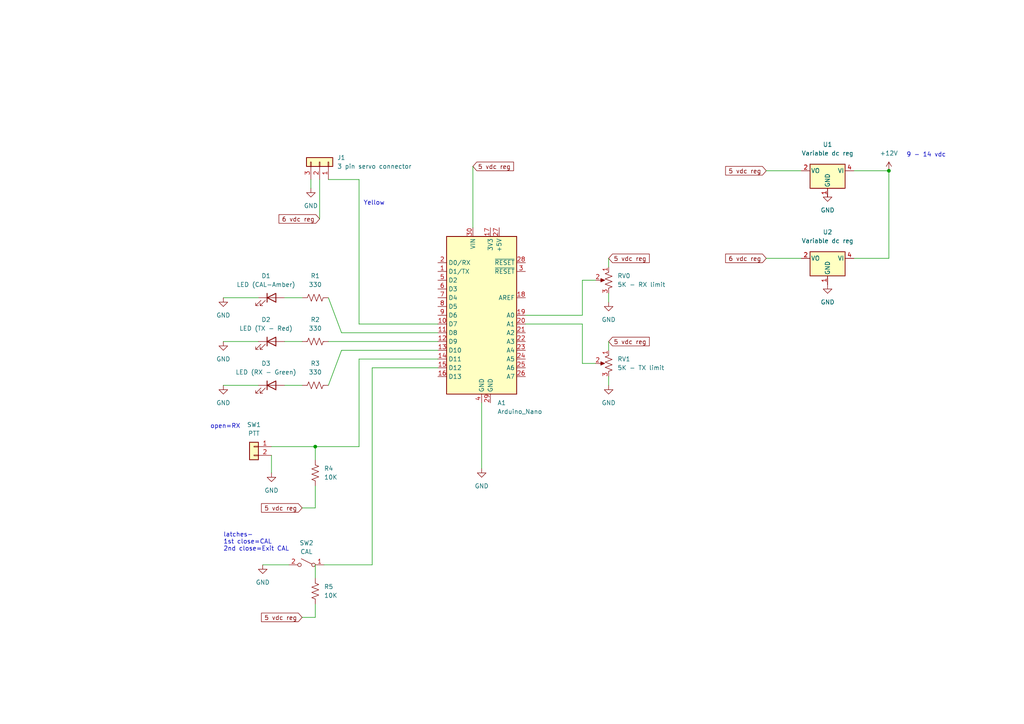
<source format=kicad_sch>
(kicad_sch (version 20211123) (generator eeschema)

  (uuid b02c19b0-81ba-4ece-87c8-9799079fe3d3)

  (paper "A4")

  (title_block
    (title "Waveguide switch-servo driver circuit")
    (date "2022-11-24")
    (rev "v1")
    (company "KM5PO - Jim McMasters")
  )

  (lib_symbols
    (symbol "Connector_Generic:Conn_01x02" (pin_names (offset 1.016) hide) (in_bom yes) (on_board yes)
      (property "Reference" "J" (id 0) (at 0 2.54 0)
        (effects (font (size 1.27 1.27)))
      )
      (property "Value" "Conn_01x02" (id 1) (at 0 -5.08 0)
        (effects (font (size 1.27 1.27)))
      )
      (property "Footprint" "" (id 2) (at 0 0 0)
        (effects (font (size 1.27 1.27)) hide)
      )
      (property "Datasheet" "~" (id 3) (at 0 0 0)
        (effects (font (size 1.27 1.27)) hide)
      )
      (property "ki_keywords" "connector" (id 4) (at 0 0 0)
        (effects (font (size 1.27 1.27)) hide)
      )
      (property "ki_description" "Generic connector, single row, 01x02, script generated (kicad-library-utils/schlib/autogen/connector/)" (id 5) (at 0 0 0)
        (effects (font (size 1.27 1.27)) hide)
      )
      (property "ki_fp_filters" "Connector*:*_1x??_*" (id 6) (at 0 0 0)
        (effects (font (size 1.27 1.27)) hide)
      )
      (symbol "Conn_01x02_1_1"
        (rectangle (start -1.27 -2.413) (end 0 -2.667)
          (stroke (width 0.1524) (type default) (color 0 0 0 0))
          (fill (type none))
        )
        (rectangle (start -1.27 0.127) (end 0 -0.127)
          (stroke (width 0.1524) (type default) (color 0 0 0 0))
          (fill (type none))
        )
        (rectangle (start -1.27 1.27) (end 1.27 -3.81)
          (stroke (width 0.254) (type default) (color 0 0 0 0))
          (fill (type background))
        )
        (pin passive line (at -5.08 0 0) (length 3.81)
          (name "Pin_1" (effects (font (size 1.27 1.27))))
          (number "1" (effects (font (size 1.27 1.27))))
        )
        (pin passive line (at -5.08 -2.54 0) (length 3.81)
          (name "Pin_2" (effects (font (size 1.27 1.27))))
          (number "2" (effects (font (size 1.27 1.27))))
        )
      )
    )
    (symbol "Connector_Generic:Conn_01x03" (pin_names (offset 1.016) hide) (in_bom yes) (on_board yes)
      (property "Reference" "J" (id 0) (at 0 5.08 0)
        (effects (font (size 1.27 1.27)))
      )
      (property "Value" "Conn_01x03" (id 1) (at 0 -5.08 0)
        (effects (font (size 1.27 1.27)))
      )
      (property "Footprint" "" (id 2) (at 0 0 0)
        (effects (font (size 1.27 1.27)) hide)
      )
      (property "Datasheet" "~" (id 3) (at 0 0 0)
        (effects (font (size 1.27 1.27)) hide)
      )
      (property "ki_keywords" "connector" (id 4) (at 0 0 0)
        (effects (font (size 1.27 1.27)) hide)
      )
      (property "ki_description" "Generic connector, single row, 01x03, script generated (kicad-library-utils/schlib/autogen/connector/)" (id 5) (at 0 0 0)
        (effects (font (size 1.27 1.27)) hide)
      )
      (property "ki_fp_filters" "Connector*:*_1x??_*" (id 6) (at 0 0 0)
        (effects (font (size 1.27 1.27)) hide)
      )
      (symbol "Conn_01x03_1_1"
        (rectangle (start -1.27 -2.413) (end 0 -2.667)
          (stroke (width 0.1524) (type default) (color 0 0 0 0))
          (fill (type none))
        )
        (rectangle (start -1.27 0.127) (end 0 -0.127)
          (stroke (width 0.1524) (type default) (color 0 0 0 0))
          (fill (type none))
        )
        (rectangle (start -1.27 2.667) (end 0 2.413)
          (stroke (width 0.1524) (type default) (color 0 0 0 0))
          (fill (type none))
        )
        (rectangle (start -1.27 3.81) (end 1.27 -3.81)
          (stroke (width 0.254) (type default) (color 0 0 0 0))
          (fill (type background))
        )
        (pin passive line (at -5.08 2.54 0) (length 3.81)
          (name "Pin_1" (effects (font (size 1.27 1.27))))
          (number "1" (effects (font (size 1.27 1.27))))
        )
        (pin passive line (at -5.08 0 0) (length 3.81)
          (name "Pin_2" (effects (font (size 1.27 1.27))))
          (number "2" (effects (font (size 1.27 1.27))))
        )
        (pin passive line (at -5.08 -2.54 0) (length 3.81)
          (name "Pin_3" (effects (font (size 1.27 1.27))))
          (number "3" (effects (font (size 1.27 1.27))))
        )
      )
    )
    (symbol "Device:LED" (pin_numbers hide) (pin_names (offset 1.016) hide) (in_bom yes) (on_board yes)
      (property "Reference" "D" (id 0) (at 0 2.54 0)
        (effects (font (size 1.27 1.27)))
      )
      (property "Value" "LED" (id 1) (at 0 -2.54 0)
        (effects (font (size 1.27 1.27)))
      )
      (property "Footprint" "" (id 2) (at 0 0 0)
        (effects (font (size 1.27 1.27)) hide)
      )
      (property "Datasheet" "~" (id 3) (at 0 0 0)
        (effects (font (size 1.27 1.27)) hide)
      )
      (property "ki_keywords" "LED diode" (id 4) (at 0 0 0)
        (effects (font (size 1.27 1.27)) hide)
      )
      (property "ki_description" "Light emitting diode" (id 5) (at 0 0 0)
        (effects (font (size 1.27 1.27)) hide)
      )
      (property "ki_fp_filters" "LED* LED_SMD:* LED_THT:*" (id 6) (at 0 0 0)
        (effects (font (size 1.27 1.27)) hide)
      )
      (symbol "LED_0_1"
        (polyline
          (pts
            (xy -1.27 -1.27)
            (xy -1.27 1.27)
          )
          (stroke (width 0.254) (type default) (color 0 0 0 0))
          (fill (type none))
        )
        (polyline
          (pts
            (xy -1.27 0)
            (xy 1.27 0)
          )
          (stroke (width 0) (type default) (color 0 0 0 0))
          (fill (type none))
        )
        (polyline
          (pts
            (xy 1.27 -1.27)
            (xy 1.27 1.27)
            (xy -1.27 0)
            (xy 1.27 -1.27)
          )
          (stroke (width 0.254) (type default) (color 0 0 0 0))
          (fill (type none))
        )
        (polyline
          (pts
            (xy -3.048 -0.762)
            (xy -4.572 -2.286)
            (xy -3.81 -2.286)
            (xy -4.572 -2.286)
            (xy -4.572 -1.524)
          )
          (stroke (width 0) (type default) (color 0 0 0 0))
          (fill (type none))
        )
        (polyline
          (pts
            (xy -1.778 -0.762)
            (xy -3.302 -2.286)
            (xy -2.54 -2.286)
            (xy -3.302 -2.286)
            (xy -3.302 -1.524)
          )
          (stroke (width 0) (type default) (color 0 0 0 0))
          (fill (type none))
        )
      )
      (symbol "LED_1_1"
        (pin passive line (at -3.81 0 0) (length 2.54)
          (name "K" (effects (font (size 1.27 1.27))))
          (number "1" (effects (font (size 1.27 1.27))))
        )
        (pin passive line (at 3.81 0 180) (length 2.54)
          (name "A" (effects (font (size 1.27 1.27))))
          (number "2" (effects (font (size 1.27 1.27))))
        )
      )
    )
    (symbol "Device:R_Potentiometer_US" (pin_names (offset 1.016) hide) (in_bom yes) (on_board yes)
      (property "Reference" "RV" (id 0) (at -4.445 0 90)
        (effects (font (size 1.27 1.27)))
      )
      (property "Value" "R_Potentiometer_US" (id 1) (at -2.54 0 90)
        (effects (font (size 1.27 1.27)))
      )
      (property "Footprint" "" (id 2) (at 0 0 0)
        (effects (font (size 1.27 1.27)) hide)
      )
      (property "Datasheet" "~" (id 3) (at 0 0 0)
        (effects (font (size 1.27 1.27)) hide)
      )
      (property "ki_keywords" "resistor variable" (id 4) (at 0 0 0)
        (effects (font (size 1.27 1.27)) hide)
      )
      (property "ki_description" "Potentiometer, US symbol" (id 5) (at 0 0 0)
        (effects (font (size 1.27 1.27)) hide)
      )
      (property "ki_fp_filters" "Potentiometer*" (id 6) (at 0 0 0)
        (effects (font (size 1.27 1.27)) hide)
      )
      (symbol "R_Potentiometer_US_0_1"
        (polyline
          (pts
            (xy 0 -2.286)
            (xy 0 -2.54)
          )
          (stroke (width 0) (type default) (color 0 0 0 0))
          (fill (type none))
        )
        (polyline
          (pts
            (xy 0 2.54)
            (xy 0 2.286)
          )
          (stroke (width 0) (type default) (color 0 0 0 0))
          (fill (type none))
        )
        (polyline
          (pts
            (xy 2.54 0)
            (xy 1.524 0)
          )
          (stroke (width 0) (type default) (color 0 0 0 0))
          (fill (type none))
        )
        (polyline
          (pts
            (xy 1.143 0)
            (xy 2.286 0.508)
            (xy 2.286 -0.508)
            (xy 1.143 0)
          )
          (stroke (width 0) (type default) (color 0 0 0 0))
          (fill (type outline))
        )
        (polyline
          (pts
            (xy 0 -0.762)
            (xy 1.016 -1.143)
            (xy 0 -1.524)
            (xy -1.016 -1.905)
            (xy 0 -2.286)
          )
          (stroke (width 0) (type default) (color 0 0 0 0))
          (fill (type none))
        )
        (polyline
          (pts
            (xy 0 0.762)
            (xy 1.016 0.381)
            (xy 0 0)
            (xy -1.016 -0.381)
            (xy 0 -0.762)
          )
          (stroke (width 0) (type default) (color 0 0 0 0))
          (fill (type none))
        )
        (polyline
          (pts
            (xy 0 2.286)
            (xy 1.016 1.905)
            (xy 0 1.524)
            (xy -1.016 1.143)
            (xy 0 0.762)
          )
          (stroke (width 0) (type default) (color 0 0 0 0))
          (fill (type none))
        )
      )
      (symbol "R_Potentiometer_US_1_1"
        (pin passive line (at 0 3.81 270) (length 1.27)
          (name "1" (effects (font (size 1.27 1.27))))
          (number "1" (effects (font (size 1.27 1.27))))
        )
        (pin passive line (at 3.81 0 180) (length 1.27)
          (name "2" (effects (font (size 1.27 1.27))))
          (number "2" (effects (font (size 1.27 1.27))))
        )
        (pin passive line (at 0 -3.81 90) (length 1.27)
          (name "3" (effects (font (size 1.27 1.27))))
          (number "3" (effects (font (size 1.27 1.27))))
        )
      )
    )
    (symbol "Device:R_US" (pin_numbers hide) (pin_names (offset 0)) (in_bom yes) (on_board yes)
      (property "Reference" "R" (id 0) (at 2.54 0 90)
        (effects (font (size 1.27 1.27)))
      )
      (property "Value" "R_US" (id 1) (at -2.54 0 90)
        (effects (font (size 1.27 1.27)))
      )
      (property "Footprint" "" (id 2) (at 1.016 -0.254 90)
        (effects (font (size 1.27 1.27)) hide)
      )
      (property "Datasheet" "~" (id 3) (at 0 0 0)
        (effects (font (size 1.27 1.27)) hide)
      )
      (property "ki_keywords" "R res resistor" (id 4) (at 0 0 0)
        (effects (font (size 1.27 1.27)) hide)
      )
      (property "ki_description" "Resistor, US symbol" (id 5) (at 0 0 0)
        (effects (font (size 1.27 1.27)) hide)
      )
      (property "ki_fp_filters" "R_*" (id 6) (at 0 0 0)
        (effects (font (size 1.27 1.27)) hide)
      )
      (symbol "R_US_0_1"
        (polyline
          (pts
            (xy 0 -2.286)
            (xy 0 -2.54)
          )
          (stroke (width 0) (type default) (color 0 0 0 0))
          (fill (type none))
        )
        (polyline
          (pts
            (xy 0 2.286)
            (xy 0 2.54)
          )
          (stroke (width 0) (type default) (color 0 0 0 0))
          (fill (type none))
        )
        (polyline
          (pts
            (xy 0 -0.762)
            (xy 1.016 -1.143)
            (xy 0 -1.524)
            (xy -1.016 -1.905)
            (xy 0 -2.286)
          )
          (stroke (width 0) (type default) (color 0 0 0 0))
          (fill (type none))
        )
        (polyline
          (pts
            (xy 0 0.762)
            (xy 1.016 0.381)
            (xy 0 0)
            (xy -1.016 -0.381)
            (xy 0 -0.762)
          )
          (stroke (width 0) (type default) (color 0 0 0 0))
          (fill (type none))
        )
        (polyline
          (pts
            (xy 0 2.286)
            (xy 1.016 1.905)
            (xy 0 1.524)
            (xy -1.016 1.143)
            (xy 0 0.762)
          )
          (stroke (width 0) (type default) (color 0 0 0 0))
          (fill (type none))
        )
      )
      (symbol "R_US_1_1"
        (pin passive line (at 0 3.81 270) (length 1.27)
          (name "~" (effects (font (size 1.27 1.27))))
          (number "1" (effects (font (size 1.27 1.27))))
        )
        (pin passive line (at 0 -3.81 90) (length 1.27)
          (name "~" (effects (font (size 1.27 1.27))))
          (number "2" (effects (font (size 1.27 1.27))))
        )
      )
    )
    (symbol "MCU_Module:Arduino_Nano_v3.x" (in_bom yes) (on_board yes)
      (property "Reference" "A" (id 0) (at -10.16 23.495 0)
        (effects (font (size 1.27 1.27)) (justify left bottom))
      )
      (property "Value" "Arduino_Nano_v3.x" (id 1) (at 5.08 -24.13 0)
        (effects (font (size 1.27 1.27)) (justify left top))
      )
      (property "Footprint" "Module:Arduino_Nano" (id 2) (at 0 0 0)
        (effects (font (size 1.27 1.27) italic) hide)
      )
      (property "Datasheet" "http://www.mouser.com/pdfdocs/Gravitech_Arduino_Nano3_0.pdf" (id 3) (at 0 0 0)
        (effects (font (size 1.27 1.27)) hide)
      )
      (property "ki_keywords" "Arduino nano microcontroller module USB" (id 4) (at 0 0 0)
        (effects (font (size 1.27 1.27)) hide)
      )
      (property "ki_description" "Arduino Nano v3.x" (id 5) (at 0 0 0)
        (effects (font (size 1.27 1.27)) hide)
      )
      (property "ki_fp_filters" "Arduino*Nano*" (id 6) (at 0 0 0)
        (effects (font (size 1.27 1.27)) hide)
      )
      (symbol "Arduino_Nano_v3.x_0_1"
        (rectangle (start -10.16 22.86) (end 10.16 -22.86)
          (stroke (width 0.254) (type default) (color 0 0 0 0))
          (fill (type background))
        )
      )
      (symbol "Arduino_Nano_v3.x_1_1"
        (pin bidirectional line (at -12.7 12.7 0) (length 2.54)
          (name "D1/TX" (effects (font (size 1.27 1.27))))
          (number "1" (effects (font (size 1.27 1.27))))
        )
        (pin bidirectional line (at -12.7 -2.54 0) (length 2.54)
          (name "D7" (effects (font (size 1.27 1.27))))
          (number "10" (effects (font (size 1.27 1.27))))
        )
        (pin bidirectional line (at -12.7 -5.08 0) (length 2.54)
          (name "D8" (effects (font (size 1.27 1.27))))
          (number "11" (effects (font (size 1.27 1.27))))
        )
        (pin bidirectional line (at -12.7 -7.62 0) (length 2.54)
          (name "D9" (effects (font (size 1.27 1.27))))
          (number "12" (effects (font (size 1.27 1.27))))
        )
        (pin bidirectional line (at -12.7 -10.16 0) (length 2.54)
          (name "D10" (effects (font (size 1.27 1.27))))
          (number "13" (effects (font (size 1.27 1.27))))
        )
        (pin bidirectional line (at -12.7 -12.7 0) (length 2.54)
          (name "D11" (effects (font (size 1.27 1.27))))
          (number "14" (effects (font (size 1.27 1.27))))
        )
        (pin bidirectional line (at -12.7 -15.24 0) (length 2.54)
          (name "D12" (effects (font (size 1.27 1.27))))
          (number "15" (effects (font (size 1.27 1.27))))
        )
        (pin bidirectional line (at -12.7 -17.78 0) (length 2.54)
          (name "D13" (effects (font (size 1.27 1.27))))
          (number "16" (effects (font (size 1.27 1.27))))
        )
        (pin power_out line (at 2.54 25.4 270) (length 2.54)
          (name "3V3" (effects (font (size 1.27 1.27))))
          (number "17" (effects (font (size 1.27 1.27))))
        )
        (pin input line (at 12.7 5.08 180) (length 2.54)
          (name "AREF" (effects (font (size 1.27 1.27))))
          (number "18" (effects (font (size 1.27 1.27))))
        )
        (pin bidirectional line (at 12.7 0 180) (length 2.54)
          (name "A0" (effects (font (size 1.27 1.27))))
          (number "19" (effects (font (size 1.27 1.27))))
        )
        (pin bidirectional line (at -12.7 15.24 0) (length 2.54)
          (name "D0/RX" (effects (font (size 1.27 1.27))))
          (number "2" (effects (font (size 1.27 1.27))))
        )
        (pin bidirectional line (at 12.7 -2.54 180) (length 2.54)
          (name "A1" (effects (font (size 1.27 1.27))))
          (number "20" (effects (font (size 1.27 1.27))))
        )
        (pin bidirectional line (at 12.7 -5.08 180) (length 2.54)
          (name "A2" (effects (font (size 1.27 1.27))))
          (number "21" (effects (font (size 1.27 1.27))))
        )
        (pin bidirectional line (at 12.7 -7.62 180) (length 2.54)
          (name "A3" (effects (font (size 1.27 1.27))))
          (number "22" (effects (font (size 1.27 1.27))))
        )
        (pin bidirectional line (at 12.7 -10.16 180) (length 2.54)
          (name "A4" (effects (font (size 1.27 1.27))))
          (number "23" (effects (font (size 1.27 1.27))))
        )
        (pin bidirectional line (at 12.7 -12.7 180) (length 2.54)
          (name "A5" (effects (font (size 1.27 1.27))))
          (number "24" (effects (font (size 1.27 1.27))))
        )
        (pin bidirectional line (at 12.7 -15.24 180) (length 2.54)
          (name "A6" (effects (font (size 1.27 1.27))))
          (number "25" (effects (font (size 1.27 1.27))))
        )
        (pin bidirectional line (at 12.7 -17.78 180) (length 2.54)
          (name "A7" (effects (font (size 1.27 1.27))))
          (number "26" (effects (font (size 1.27 1.27))))
        )
        (pin power_out line (at 5.08 25.4 270) (length 2.54)
          (name "+5V" (effects (font (size 1.27 1.27))))
          (number "27" (effects (font (size 1.27 1.27))))
        )
        (pin input line (at 12.7 15.24 180) (length 2.54)
          (name "~{RESET}" (effects (font (size 1.27 1.27))))
          (number "28" (effects (font (size 1.27 1.27))))
        )
        (pin power_in line (at 2.54 -25.4 90) (length 2.54)
          (name "GND" (effects (font (size 1.27 1.27))))
          (number "29" (effects (font (size 1.27 1.27))))
        )
        (pin input line (at 12.7 12.7 180) (length 2.54)
          (name "~{RESET}" (effects (font (size 1.27 1.27))))
          (number "3" (effects (font (size 1.27 1.27))))
        )
        (pin power_in line (at -2.54 25.4 270) (length 2.54)
          (name "VIN" (effects (font (size 1.27 1.27))))
          (number "30" (effects (font (size 1.27 1.27))))
        )
        (pin power_in line (at 0 -25.4 90) (length 2.54)
          (name "GND" (effects (font (size 1.27 1.27))))
          (number "4" (effects (font (size 1.27 1.27))))
        )
        (pin bidirectional line (at -12.7 10.16 0) (length 2.54)
          (name "D2" (effects (font (size 1.27 1.27))))
          (number "5" (effects (font (size 1.27 1.27))))
        )
        (pin bidirectional line (at -12.7 7.62 0) (length 2.54)
          (name "D3" (effects (font (size 1.27 1.27))))
          (number "6" (effects (font (size 1.27 1.27))))
        )
        (pin bidirectional line (at -12.7 5.08 0) (length 2.54)
          (name "D4" (effects (font (size 1.27 1.27))))
          (number "7" (effects (font (size 1.27 1.27))))
        )
        (pin bidirectional line (at -12.7 2.54 0) (length 2.54)
          (name "D5" (effects (font (size 1.27 1.27))))
          (number "8" (effects (font (size 1.27 1.27))))
        )
        (pin bidirectional line (at -12.7 0 0) (length 2.54)
          (name "D6" (effects (font (size 1.27 1.27))))
          (number "9" (effects (font (size 1.27 1.27))))
        )
      )
    )
    (symbol "Regulator_Linear:AMS1117CS-2.5" (pin_names (offset 0.254)) (in_bom yes) (on_board yes)
      (property "Reference" "U" (id 0) (at -3.81 3.175 0)
        (effects (font (size 1.27 1.27)))
      )
      (property "Value" "AMS1117CS-2.5" (id 1) (at 0 3.175 0)
        (effects (font (size 1.27 1.27)) (justify left))
      )
      (property "Footprint" "Package_SO:SOIC-8_3.9x4.9mm_P1.27mm" (id 2) (at 0 5.08 0)
        (effects (font (size 1.27 1.27)) hide)
      )
      (property "Datasheet" "http://www.advanced-monolithic.com/pdf/ds1117.pdf" (id 3) (at 2.54 -6.35 0)
        (effects (font (size 1.27 1.27)) hide)
      )
      (property "ki_keywords" "linear regulator ldo fixed positive" (id 4) (at 0 0 0)
        (effects (font (size 1.27 1.27)) hide)
      )
      (property "ki_description" "1A Low Dropout regulator, positive, 2.5V fixed output, SOIC-8" (id 5) (at 0 0 0)
        (effects (font (size 1.27 1.27)) hide)
      )
      (property "ki_fp_filters" "SOIC*3.9x4.9mm*P1.27mm*" (id 6) (at 0 0 0)
        (effects (font (size 1.27 1.27)) hide)
      )
      (symbol "AMS1117CS-2.5_0_1"
        (rectangle (start -5.08 -5.08) (end 5.08 1.905)
          (stroke (width 0.254) (type default) (color 0 0 0 0))
          (fill (type background))
        )
      )
      (symbol "AMS1117CS-2.5_1_1"
        (pin power_in line (at 0 -7.62 90) (length 2.54)
          (name "GND" (effects (font (size 1.27 1.27))))
          (number "1" (effects (font (size 1.27 1.27))))
        )
        (pin power_out line (at 7.62 0 180) (length 2.54)
          (name "VO" (effects (font (size 1.27 1.27))))
          (number "2" (effects (font (size 1.27 1.27))))
        )
        (pin passive line (at 7.62 0 180) (length 2.54) hide
          (name "VO" (effects (font (size 1.27 1.27))))
          (number "3" (effects (font (size 1.27 1.27))))
        )
        (pin power_in line (at -7.62 0 0) (length 2.54)
          (name "VI" (effects (font (size 1.27 1.27))))
          (number "4" (effects (font (size 1.27 1.27))))
        )
        (pin no_connect line (at -2.54 -2.54 180) (length 2.54) hide
          (name "NC" (effects (font (size 1.27 1.27))))
          (number "5" (effects (font (size 1.27 1.27))))
        )
        (pin passive line (at 7.62 0 180) (length 2.54) hide
          (name "VO" (effects (font (size 1.27 1.27))))
          (number "6" (effects (font (size 1.27 1.27))))
        )
        (pin passive line (at 7.62 0 180) (length 2.54) hide
          (name "VO" (effects (font (size 1.27 1.27))))
          (number "7" (effects (font (size 1.27 1.27))))
        )
        (pin no_connect line (at 2.54 -2.54 0) (length 2.54) hide
          (name "NC" (effects (font (size 1.27 1.27))))
          (number "8" (effects (font (size 1.27 1.27))))
        )
      )
    )
    (symbol "Switch:SW_SPST" (pin_names (offset 0) hide) (in_bom yes) (on_board yes)
      (property "Reference" "SW" (id 0) (at 0 3.175 0)
        (effects (font (size 1.27 1.27)))
      )
      (property "Value" "SW_SPST" (id 1) (at 0 -2.54 0)
        (effects (font (size 1.27 1.27)))
      )
      (property "Footprint" "" (id 2) (at 0 0 0)
        (effects (font (size 1.27 1.27)) hide)
      )
      (property "Datasheet" "~" (id 3) (at 0 0 0)
        (effects (font (size 1.27 1.27)) hide)
      )
      (property "ki_keywords" "switch lever" (id 4) (at 0 0 0)
        (effects (font (size 1.27 1.27)) hide)
      )
      (property "ki_description" "Single Pole Single Throw (SPST) switch" (id 5) (at 0 0 0)
        (effects (font (size 1.27 1.27)) hide)
      )
      (symbol "SW_SPST_0_0"
        (circle (center -2.032 0) (radius 0.508)
          (stroke (width 0) (type default) (color 0 0 0 0))
          (fill (type none))
        )
        (polyline
          (pts
            (xy -1.524 0.254)
            (xy 1.524 1.778)
          )
          (stroke (width 0) (type default) (color 0 0 0 0))
          (fill (type none))
        )
        (circle (center 2.032 0) (radius 0.508)
          (stroke (width 0) (type default) (color 0 0 0 0))
          (fill (type none))
        )
      )
      (symbol "SW_SPST_1_1"
        (pin passive line (at -5.08 0 0) (length 2.54)
          (name "A" (effects (font (size 1.27 1.27))))
          (number "1" (effects (font (size 1.27 1.27))))
        )
        (pin passive line (at 5.08 0 180) (length 2.54)
          (name "B" (effects (font (size 1.27 1.27))))
          (number "2" (effects (font (size 1.27 1.27))))
        )
      )
    )
    (symbol "power:+12V" (power) (pin_names (offset 0)) (in_bom yes) (on_board yes)
      (property "Reference" "#PWR" (id 0) (at 0 -3.81 0)
        (effects (font (size 1.27 1.27)) hide)
      )
      (property "Value" "+12V" (id 1) (at 0 3.556 0)
        (effects (font (size 1.27 1.27)))
      )
      (property "Footprint" "" (id 2) (at 0 0 0)
        (effects (font (size 1.27 1.27)) hide)
      )
      (property "Datasheet" "" (id 3) (at 0 0 0)
        (effects (font (size 1.27 1.27)) hide)
      )
      (property "ki_keywords" "power-flag" (id 4) (at 0 0 0)
        (effects (font (size 1.27 1.27)) hide)
      )
      (property "ki_description" "Power symbol creates a global label with name \"+12V\"" (id 5) (at 0 0 0)
        (effects (font (size 1.27 1.27)) hide)
      )
      (symbol "+12V_0_1"
        (polyline
          (pts
            (xy -0.762 1.27)
            (xy 0 2.54)
          )
          (stroke (width 0) (type default) (color 0 0 0 0))
          (fill (type none))
        )
        (polyline
          (pts
            (xy 0 0)
            (xy 0 2.54)
          )
          (stroke (width 0) (type default) (color 0 0 0 0))
          (fill (type none))
        )
        (polyline
          (pts
            (xy 0 2.54)
            (xy 0.762 1.27)
          )
          (stroke (width 0) (type default) (color 0 0 0 0))
          (fill (type none))
        )
      )
      (symbol "+12V_1_1"
        (pin power_in line (at 0 0 90) (length 0) hide
          (name "+12V" (effects (font (size 1.27 1.27))))
          (number "1" (effects (font (size 1.27 1.27))))
        )
      )
    )
    (symbol "power:GND" (power) (pin_names (offset 0)) (in_bom yes) (on_board yes)
      (property "Reference" "#PWR" (id 0) (at 0 -6.35 0)
        (effects (font (size 1.27 1.27)) hide)
      )
      (property "Value" "GND" (id 1) (at 0 -3.81 0)
        (effects (font (size 1.27 1.27)))
      )
      (property "Footprint" "" (id 2) (at 0 0 0)
        (effects (font (size 1.27 1.27)) hide)
      )
      (property "Datasheet" "" (id 3) (at 0 0 0)
        (effects (font (size 1.27 1.27)) hide)
      )
      (property "ki_keywords" "power-flag" (id 4) (at 0 0 0)
        (effects (font (size 1.27 1.27)) hide)
      )
      (property "ki_description" "Power symbol creates a global label with name \"GND\" , ground" (id 5) (at 0 0 0)
        (effects (font (size 1.27 1.27)) hide)
      )
      (symbol "GND_0_1"
        (polyline
          (pts
            (xy 0 0)
            (xy 0 -1.27)
            (xy 1.27 -1.27)
            (xy 0 -2.54)
            (xy -1.27 -1.27)
            (xy 0 -1.27)
          )
          (stroke (width 0) (type default) (color 0 0 0 0))
          (fill (type none))
        )
      )
      (symbol "GND_1_1"
        (pin power_in line (at 0 0 270) (length 0) hide
          (name "GND" (effects (font (size 1.27 1.27))))
          (number "1" (effects (font (size 1.27 1.27))))
        )
      )
    )
  )

  (junction (at 257.81 49.53) (diameter 0) (color 0 0 0 0)
    (uuid 53703ab9-b266-4792-adbb-e5889e4927b9)
  )
  (junction (at 91.44 129.54) (diameter 0) (color 0 0 0 0)
    (uuid ef5b000e-5752-4bd1-baf0-5b39626aa36b)
  )

  (wire (pts (xy 176.53 99.06) (xy 176.53 101.6))
    (stroke (width 0) (type default) (color 0 0 0 0))
    (uuid 16777c93-9bbc-49b1-ad43-0af906947c4f)
  )
  (wire (pts (xy 127 106.68) (xy 107.95 106.68))
    (stroke (width 0) (type default) (color 0 0 0 0))
    (uuid 171ec6d2-341c-4b35-ba85-822803f84abd)
  )
  (wire (pts (xy 82.55 86.36) (xy 87.63 86.36))
    (stroke (width 0) (type default) (color 0 0 0 0))
    (uuid 1ab41228-6644-4711-9aa8-9e9106df7724)
  )
  (wire (pts (xy 168.91 93.98) (xy 168.91 105.41))
    (stroke (width 0) (type default) (color 0 0 0 0))
    (uuid 1b205ab6-2676-49a8-867b-f904d813e455)
  )
  (wire (pts (xy 247.65 49.53) (xy 257.81 49.53))
    (stroke (width 0) (type default) (color 0 0 0 0))
    (uuid 2a030e0c-406a-4a29-8b0b-2fffd91e9d68)
  )
  (wire (pts (xy 127 93.98) (xy 104.14 93.98))
    (stroke (width 0) (type default) (color 0 0 0 0))
    (uuid 32ff01cc-991f-4942-a6ee-5ca88fefc23b)
  )
  (wire (pts (xy 222.25 74.93) (xy 232.41 74.93))
    (stroke (width 0) (type default) (color 0 0 0 0))
    (uuid 33102185-28fa-4c0f-9831-c1ca65efa034)
  )
  (wire (pts (xy 91.44 140.97) (xy 91.44 147.32))
    (stroke (width 0) (type default) (color 0 0 0 0))
    (uuid 3621006f-15a2-4e41-aa65-a45ba4ce9f7b)
  )
  (wire (pts (xy 152.4 93.98) (xy 168.91 93.98))
    (stroke (width 0) (type default) (color 0 0 0 0))
    (uuid 4b0e55a6-a54c-495c-8728-b9f8da4f4e57)
  )
  (wire (pts (xy 176.53 85.09) (xy 176.53 87.63))
    (stroke (width 0) (type default) (color 0 0 0 0))
    (uuid 4f2271e5-d479-41a9-9c18-c4e7211c21e7)
  )
  (wire (pts (xy 139.7 116.84) (xy 139.7 135.89))
    (stroke (width 0) (type default) (color 0 0 0 0))
    (uuid 51d4254c-d6f1-4010-9723-941ceca988c1)
  )
  (wire (pts (xy 104.14 52.07) (xy 95.25 52.07))
    (stroke (width 0) (type default) (color 0 0 0 0))
    (uuid 54400f83-2c43-473d-8b5e-444367f0bc23)
  )
  (wire (pts (xy 176.53 109.22) (xy 176.53 111.76))
    (stroke (width 0) (type default) (color 0 0 0 0))
    (uuid 563801a7-7865-4ff0-892a-f0ee62a822a7)
  )
  (wire (pts (xy 168.91 105.41) (xy 172.72 105.41))
    (stroke (width 0) (type default) (color 0 0 0 0))
    (uuid 5bea5cb1-a1bf-4112-8538-36ec70f75394)
  )
  (wire (pts (xy 104.14 104.14) (xy 104.14 129.54))
    (stroke (width 0) (type default) (color 0 0 0 0))
    (uuid 62ccb8d2-8559-4963-8388-dbf539337d03)
  )
  (wire (pts (xy 257.81 49.53) (xy 257.81 74.93))
    (stroke (width 0) (type default) (color 0 0 0 0))
    (uuid 6be33b70-608d-4ebf-a9ea-9a639671a86c)
  )
  (wire (pts (xy 257.81 74.93) (xy 247.65 74.93))
    (stroke (width 0) (type default) (color 0 0 0 0))
    (uuid 6e72a015-4bbd-4acd-8fe3-5a155ea59382)
  )
  (wire (pts (xy 104.14 93.98) (xy 104.14 52.07))
    (stroke (width 0) (type default) (color 0 0 0 0))
    (uuid 718abea2-47b1-4ab6-b389-cf9313234d9a)
  )
  (wire (pts (xy 91.44 129.54) (xy 104.14 129.54))
    (stroke (width 0) (type default) (color 0 0 0 0))
    (uuid 792f6e93-8853-4046-a5bb-78c4c6c8878f)
  )
  (wire (pts (xy 152.4 91.44) (xy 168.91 91.44))
    (stroke (width 0) (type default) (color 0 0 0 0))
    (uuid 79b0dc77-99d4-4154-8dbe-e8e047a8af20)
  )
  (wire (pts (xy 168.91 91.44) (xy 168.91 81.28))
    (stroke (width 0) (type default) (color 0 0 0 0))
    (uuid 83dc6910-2b79-4561-9fb5-60b0d119abce)
  )
  (wire (pts (xy 91.44 179.07) (xy 87.63 179.07))
    (stroke (width 0) (type default) (color 0 0 0 0))
    (uuid 860cc3a5-d85f-40be-9407-2d15c13f7805)
  )
  (wire (pts (xy 76.2 163.83) (xy 83.82 163.83))
    (stroke (width 0) (type default) (color 0 0 0 0))
    (uuid 865c40ea-4aed-4b2b-a717-57a78b2977a5)
  )
  (wire (pts (xy 99.06 96.52) (xy 95.25 86.36))
    (stroke (width 0) (type default) (color 0 0 0 0))
    (uuid 86bf9c79-66f9-42a3-9093-4d1556f6fcd8)
  )
  (wire (pts (xy 64.77 86.36) (xy 74.93 86.36))
    (stroke (width 0) (type default) (color 0 0 0 0))
    (uuid 8d9c0fcf-32f3-4fe7-b5e3-0073dc8d6467)
  )
  (wire (pts (xy 107.95 163.83) (xy 93.98 163.83))
    (stroke (width 0) (type default) (color 0 0 0 0))
    (uuid 8e2239bc-cf40-4dcf-b3b8-548c9cc5caf6)
  )
  (wire (pts (xy 91.44 163.83) (xy 91.44 167.64))
    (stroke (width 0) (type default) (color 0 0 0 0))
    (uuid 8ead53fd-5f2b-4a60-810a-7f2f0f2ec7f5)
  )
  (wire (pts (xy 64.77 111.76) (xy 74.93 111.76))
    (stroke (width 0) (type default) (color 0 0 0 0))
    (uuid 9588dd60-db2a-4e8f-93b1-edb88e9c42bf)
  )
  (wire (pts (xy 107.95 106.68) (xy 107.95 163.83))
    (stroke (width 0) (type default) (color 0 0 0 0))
    (uuid 96c931e9-cc74-406e-9d76-21a868a1bbf4)
  )
  (wire (pts (xy 91.44 147.32) (xy 87.63 147.32))
    (stroke (width 0) (type default) (color 0 0 0 0))
    (uuid b271722c-2997-46fe-86c2-9ecd91feeaa5)
  )
  (wire (pts (xy 99.06 101.6) (xy 95.25 111.76))
    (stroke (width 0) (type default) (color 0 0 0 0))
    (uuid b3b5edc7-44bd-4e47-b9a0-80698953e14b)
  )
  (wire (pts (xy 64.77 99.06) (xy 74.93 99.06))
    (stroke (width 0) (type default) (color 0 0 0 0))
    (uuid b6f3366c-8c78-4106-9eec-03c6a534f77d)
  )
  (wire (pts (xy 91.44 175.26) (xy 91.44 179.07))
    (stroke (width 0) (type default) (color 0 0 0 0))
    (uuid bbd86c9c-1374-45f8-a246-7fe29e5fb0f7)
  )
  (wire (pts (xy 78.74 129.54) (xy 91.44 129.54))
    (stroke (width 0) (type default) (color 0 0 0 0))
    (uuid bd8d0f78-50db-412f-a5e2-ac8624c950a9)
  )
  (wire (pts (xy 137.16 48.26) (xy 137.16 66.04))
    (stroke (width 0) (type default) (color 0 0 0 0))
    (uuid c12236a5-f50a-4baf-baa2-8f73f2af75db)
  )
  (wire (pts (xy 127 104.14) (xy 104.14 104.14))
    (stroke (width 0) (type default) (color 0 0 0 0))
    (uuid c1bd9a95-8b48-4057-84bf-0e628cbb6359)
  )
  (wire (pts (xy 78.74 137.16) (xy 78.74 132.08))
    (stroke (width 0) (type default) (color 0 0 0 0))
    (uuid c3150977-377a-42e6-a61e-5d4beab7b612)
  )
  (wire (pts (xy 82.55 111.76) (xy 87.63 111.76))
    (stroke (width 0) (type default) (color 0 0 0 0))
    (uuid cb1a57ef-949d-47aa-b108-6ef86fe6bf79)
  )
  (wire (pts (xy 90.17 52.07) (xy 90.17 54.61))
    (stroke (width 0) (type default) (color 0 0 0 0))
    (uuid d5aabd44-51a5-4c02-a358-cd3c8ea034a7)
  )
  (wire (pts (xy 168.91 81.28) (xy 172.72 81.28))
    (stroke (width 0) (type default) (color 0 0 0 0))
    (uuid d8334539-5e3c-4841-a464-f275bfa76213)
  )
  (wire (pts (xy 127 101.6) (xy 99.06 101.6))
    (stroke (width 0) (type default) (color 0 0 0 0))
    (uuid dfdd48b2-6bdc-4051-bd0e-a7e2a9c16901)
  )
  (wire (pts (xy 82.55 99.06) (xy 87.63 99.06))
    (stroke (width 0) (type default) (color 0 0 0 0))
    (uuid e7b9f4e5-e258-403e-b23a-05e94debdb53)
  )
  (wire (pts (xy 92.71 52.07) (xy 92.71 63.5))
    (stroke (width 0) (type default) (color 0 0 0 0))
    (uuid e7dc1749-1931-4402-b7d1-8ead463e8eb1)
  )
  (wire (pts (xy 91.44 129.54) (xy 91.44 133.35))
    (stroke (width 0) (type default) (color 0 0 0 0))
    (uuid e9071b7f-e24a-41cc-afd7-0f70ab770d0e)
  )
  (wire (pts (xy 176.53 74.93) (xy 176.53 77.47))
    (stroke (width 0) (type default) (color 0 0 0 0))
    (uuid e9c709f1-f8db-490b-9ea4-5b4f43f86eaa)
  )
  (wire (pts (xy 127 96.52) (xy 99.06 96.52))
    (stroke (width 0) (type default) (color 0 0 0 0))
    (uuid eb367d62-746b-48b1-8416-285c219ac228)
  )
  (wire (pts (xy 222.25 49.53) (xy 232.41 49.53))
    (stroke (width 0) (type default) (color 0 0 0 0))
    (uuid f37660d2-d50d-4ac5-b83d-be1ebba51073)
  )
  (wire (pts (xy 95.25 99.06) (xy 127 99.06))
    (stroke (width 0) (type default) (color 0 0 0 0))
    (uuid fc0d3761-0f29-4ca4-9d7f-5c75cbd4a66f)
  )

  (text "latches-\n1st close=CAL\n2nd close=Exit CAL" (at 64.77 160.02 0)
    (effects (font (size 1.27 1.27)) (justify left bottom))
    (uuid 34d95bc3-7c2e-4b85-a2ed-0d3b70df3442)
  )
  (text "9 - 14 vdc" (at 262.89 45.72 0)
    (effects (font (size 1.27 1.27)) (justify left bottom))
    (uuid 8d727816-3f23-4bf2-8d90-7b923cac7890)
  )
  (text "open=RX" (at 60.96 124.46 0)
    (effects (font (size 1.27 1.27)) (justify left bottom))
    (uuid a091b8ef-4d85-4a2f-a123-7c9ace960097)
  )
  (text "Yellow" (at 105.41 59.69 0)
    (effects (font (size 1.27 1.27)) (justify left bottom))
    (uuid c507f22e-3c81-4b4a-b7af-5d269032f239)
  )

  (global_label "5 vdc reg" (shape input) (at 137.16 48.26 0) (fields_autoplaced)
    (effects (font (size 1.27 1.27)) (justify left))
    (uuid 073114dd-ebf4-460e-9c81-f9b478a64311)
    (property "Intersheet References" "${INTERSHEET_REFS}" (id 0) (at 148.9469 48.1806 0)
      (effects (font (size 1.27 1.27)) (justify left) hide)
    )
  )
  (global_label "5 vdc reg" (shape input) (at 87.63 147.32 180) (fields_autoplaced)
    (effects (font (size 1.27 1.27)) (justify right))
    (uuid 14563d90-31b3-402e-93f7-bfe3d4999925)
    (property "Intersheet References" "${INTERSHEET_REFS}" (id 0) (at 75.8431 147.2406 0)
      (effects (font (size 1.27 1.27)) (justify right) hide)
    )
  )
  (global_label "5 vdc reg" (shape input) (at 87.63 179.07 180) (fields_autoplaced)
    (effects (font (size 1.27 1.27)) (justify right))
    (uuid 35061e12-1693-4bed-8e6a-81c283d8b72f)
    (property "Intersheet References" "${INTERSHEET_REFS}" (id 0) (at 75.8431 178.9906 0)
      (effects (font (size 1.27 1.27)) (justify right) hide)
    )
  )
  (global_label "5 vdc reg" (shape input) (at 176.53 74.93 0) (fields_autoplaced)
    (effects (font (size 1.27 1.27)) (justify left))
    (uuid 512f2cb9-1e69-47e8-b495-189af74fd0fd)
    (property "Intersheet References" "${INTERSHEET_REFS}" (id 0) (at 188.3169 74.8506 0)
      (effects (font (size 1.27 1.27)) (justify left) hide)
    )
  )
  (global_label "5 vdc reg" (shape input) (at 222.25 49.53 180) (fields_autoplaced)
    (effects (font (size 1.27 1.27)) (justify right))
    (uuid af9f2b20-4ab3-47bb-bceb-8782e8df3701)
    (property "Intersheet References" "${INTERSHEET_REFS}" (id 0) (at 210.4631 49.4506 0)
      (effects (font (size 1.27 1.27)) (justify right) hide)
    )
  )
  (global_label "6 vdc reg" (shape input) (at 92.71 63.5 180) (fields_autoplaced)
    (effects (font (size 1.27 1.27)) (justify right))
    (uuid bc569fd2-90db-4dea-8223-ae18777904f9)
    (property "Intersheet References" "${INTERSHEET_REFS}" (id 0) (at 80.9231 63.4206 0)
      (effects (font (size 1.27 1.27)) (justify right) hide)
    )
  )
  (global_label "5 vdc reg" (shape input) (at 176.53 99.06 0) (fields_autoplaced)
    (effects (font (size 1.27 1.27)) (justify left))
    (uuid d076838d-2439-41de-953c-36730ada569c)
    (property "Intersheet References" "${INTERSHEET_REFS}" (id 0) (at 188.3169 98.9806 0)
      (effects (font (size 1.27 1.27)) (justify left) hide)
    )
  )
  (global_label "6 vdc reg" (shape input) (at 222.25 74.93 180) (fields_autoplaced)
    (effects (font (size 1.27 1.27)) (justify right))
    (uuid dabc98d8-a245-499d-9bc9-81710ae9818e)
    (property "Intersheet References" "${INTERSHEET_REFS}" (id 0) (at 210.4631 74.8506 0)
      (effects (font (size 1.27 1.27)) (justify right) hide)
    )
  )

  (symbol (lib_id "Device:R_US") (at 91.44 137.16 0) (unit 1)
    (in_bom yes) (on_board yes) (fields_autoplaced)
    (uuid 078a145d-d5ec-4a73-8ebd-8fcaacd8a733)
    (property "Reference" "R4" (id 0) (at 93.98 135.8899 0)
      (effects (font (size 1.27 1.27)) (justify left))
    )
    (property "Value" "10K" (id 1) (at 93.98 138.4299 0)
      (effects (font (size 1.27 1.27)) (justify left))
    )
    (property "Footprint" "Resistor_SMD:R_0805_2012Metric" (id 2) (at 92.456 137.414 90)
      (effects (font (size 1.27 1.27)) hide)
    )
    (property "Datasheet" "~" (id 3) (at 91.44 137.16 0)
      (effects (font (size 1.27 1.27)) hide)
    )
    (pin "1" (uuid 82ccc7c5-0a05-419b-b36e-7f7d0ca63ee9))
    (pin "2" (uuid 56c057b6-249b-4b48-8b7e-881c159365b6))
  )

  (symbol (lib_id "Device:R_US") (at 91.44 99.06 270) (unit 1)
    (in_bom yes) (on_board yes) (fields_autoplaced)
    (uuid 0da1f799-a054-46c9-b63c-971156feadae)
    (property "Reference" "R2" (id 0) (at 91.44 92.71 90))
    (property "Value" "330" (id 1) (at 91.44 95.25 90))
    (property "Footprint" "Resistor_SMD:R_0805_2012Metric" (id 2) (at 91.186 100.076 90)
      (effects (font (size 1.27 1.27)) hide)
    )
    (property "Datasheet" "~" (id 3) (at 91.44 99.06 0)
      (effects (font (size 1.27 1.27)) hide)
    )
    (pin "1" (uuid 3b73d8ca-1ed2-434b-996d-5fa9a5bd2ed4))
    (pin "2" (uuid 2d9b92c5-f1d9-4701-9cea-ae8cb409bde5))
  )

  (symbol (lib_id "power:GND") (at 240.03 55.88 0) (unit 1)
    (in_bom yes) (on_board yes)
    (uuid 0da3cf4f-7af3-4364-ade9-bd632ee4fa07)
    (property "Reference" "#PWR0104" (id 0) (at 240.03 62.23 0)
      (effects (font (size 1.27 1.27)) hide)
    )
    (property "Value" "GND" (id 1) (at 240.03 60.96 0))
    (property "Footprint" "" (id 2) (at 240.03 55.88 0)
      (effects (font (size 1.27 1.27)) hide)
    )
    (property "Datasheet" "" (id 3) (at 240.03 55.88 0)
      (effects (font (size 1.27 1.27)) hide)
    )
    (pin "1" (uuid 198567af-989b-44e8-8fd6-729952a16bb6))
  )

  (symbol (lib_id "MCU_Module:Arduino_Nano_v3.x") (at 139.7 91.44 0) (unit 1)
    (in_bom yes) (on_board yes) (fields_autoplaced)
    (uuid 0f9d7f55-69f5-48c4-a4f8-139eff4410dc)
    (property "Reference" "A1" (id 0) (at 144.2594 116.84 0)
      (effects (font (size 1.27 1.27)) (justify left))
    )
    (property "Value" "Arduino_Nano" (id 1) (at 144.2594 119.38 0)
      (effects (font (size 1.27 1.27)) (justify left))
    )
    (property "Footprint" "Module:Arduino_Nano" (id 2) (at 139.7 91.44 0)
      (effects (font (size 1.27 1.27) italic) hide)
    )
    (property "Datasheet" "http://www.mouser.com/pdfdocs/Gravitech_Arduino_Nano3_0.pdf" (id 3) (at 139.7 91.44 0)
      (effects (font (size 1.27 1.27)) hide)
    )
    (pin "1" (uuid 67bfbcd1-2421-43ea-aaa4-4b1d451dce4a))
    (pin "10" (uuid 0b5aa089-9b17-4f9e-998d-ba54446de5d4))
    (pin "11" (uuid 6bc48b39-3c93-40ba-a0d2-66dc3de9565e))
    (pin "12" (uuid 8583ab25-ef4d-4828-88c2-1637028d9adb))
    (pin "13" (uuid f139790a-8ed1-4a73-a186-44f506c7d55c))
    (pin "14" (uuid d0d69c68-9e4a-4fa6-a168-cff68438f3bd))
    (pin "15" (uuid 260e6280-3ecb-43f7-8696-005f6788d915))
    (pin "16" (uuid 5d1a24ce-cc92-4001-bd0b-a75c86641502))
    (pin "17" (uuid 4bfed143-c954-48b7-8764-c9c07ad6d2ed))
    (pin "18" (uuid 862bf01c-a9d2-42e3-ada1-f0a03b6cae10))
    (pin "19" (uuid 3a1cb698-3f64-471c-84dd-5340cdcdebf1))
    (pin "2" (uuid 5d41b872-f459-4ffb-adea-ded156ebb2ee))
    (pin "20" (uuid a86a70f1-208a-48f9-a265-b97edaf9032b))
    (pin "21" (uuid 46c85a6e-0d64-4755-b2d9-08a28c6bade6))
    (pin "22" (uuid ace1e06c-b02c-4b44-b9ae-6041df85a3e1))
    (pin "23" (uuid 31ffc968-317c-4519-9bbe-3dd7d1170e25))
    (pin "24" (uuid ff4a3d7d-d9b6-46fc-b045-f1bc965c4080))
    (pin "25" (uuid 38fa73ca-76e0-4110-8b5a-294693ffd0f6))
    (pin "26" (uuid 2accbf84-08dc-4ebe-bee8-db09ee468842))
    (pin "27" (uuid 183cb0be-1785-47ba-85eb-4690c81ea43f))
    (pin "28" (uuid 8023a4ea-3a77-4ef0-b74c-071ac51f0e3b))
    (pin "29" (uuid 73f5eb8c-43ee-4e14-a4f2-ea60e8b0723c))
    (pin "3" (uuid a2bc8eed-79b7-4edd-8d5a-305c0e854812))
    (pin "30" (uuid e46539f9-32a3-4b5c-ab97-11a81453148c))
    (pin "4" (uuid bbdbfe62-9efd-41bf-b754-1f8a4bb1fdf0))
    (pin "5" (uuid 917f3277-28c9-4461-98dc-8b2d705811af))
    (pin "6" (uuid 2d23f731-7ef3-4c98-b665-b712d8835d22))
    (pin "7" (uuid d674ab55-7227-4fe6-b98d-f2369f891fbb))
    (pin "8" (uuid 8e920b01-c0bd-4de1-8328-58a945f91b96))
    (pin "9" (uuid 7162d84b-9fbc-40b9-b4e2-b5300e34316b))
  )

  (symbol (lib_id "Device:LED") (at 78.74 111.76 0) (unit 1)
    (in_bom yes) (on_board yes) (fields_autoplaced)
    (uuid 1d68bfc4-fe35-4a99-891a-6b8f023d4ab6)
    (property "Reference" "D3" (id 0) (at 77.1525 105.41 0))
    (property "Value" "LED (RX - Green)" (id 1) (at 77.1525 107.95 0))
    (property "Footprint" "LED_SMD:LED_0805_2012Metric" (id 2) (at 78.74 111.76 0)
      (effects (font (size 1.27 1.27)) hide)
    )
    (property "Datasheet" "~" (id 3) (at 78.74 111.76 0)
      (effects (font (size 1.27 1.27)) hide)
    )
    (pin "1" (uuid 29358ab6-f5e9-4a7f-88de-eacc7e2af79b))
    (pin "2" (uuid 830205b3-8d53-4880-a8ef-eb63a73daa46))
  )

  (symbol (lib_id "power:GND") (at 176.53 87.63 0) (unit 1)
    (in_bom yes) (on_board yes)
    (uuid 1f2f002c-9d72-47e6-9b89-5c78fd235a80)
    (property "Reference" "#PWR0103" (id 0) (at 176.53 93.98 0)
      (effects (font (size 1.27 1.27)) hide)
    )
    (property "Value" "GND" (id 1) (at 176.53 92.71 0))
    (property "Footprint" "" (id 2) (at 176.53 87.63 0)
      (effects (font (size 1.27 1.27)) hide)
    )
    (property "Datasheet" "" (id 3) (at 176.53 87.63 0)
      (effects (font (size 1.27 1.27)) hide)
    )
    (pin "1" (uuid 9caaf106-d654-4262-852e-c2be6751e9f5))
  )

  (symbol (lib_id "power:+12V") (at 257.81 49.53 0) (unit 1)
    (in_bom yes) (on_board yes) (fields_autoplaced)
    (uuid 2a88166f-7195-4b22-879c-4372f4704688)
    (property "Reference" "#PWR0105" (id 0) (at 257.81 53.34 0)
      (effects (font (size 1.27 1.27)) hide)
    )
    (property "Value" "+12V" (id 1) (at 257.81 44.45 0))
    (property "Footprint" "" (id 2) (at 257.81 49.53 0)
      (effects (font (size 1.27 1.27)) hide)
    )
    (property "Datasheet" "" (id 3) (at 257.81 49.53 0)
      (effects (font (size 1.27 1.27)) hide)
    )
    (pin "1" (uuid f1c7c2ee-16a8-4519-bf4e-97ed3c23904d))
  )

  (symbol (lib_id "power:GND") (at 139.7 135.89 0) (unit 1)
    (in_bom yes) (on_board yes) (fields_autoplaced)
    (uuid 3d91a0ff-6a70-4192-898a-6feb44df7a04)
    (property "Reference" "#PWR0102" (id 0) (at 139.7 142.24 0)
      (effects (font (size 1.27 1.27)) hide)
    )
    (property "Value" "GND" (id 1) (at 139.7 140.97 0))
    (property "Footprint" "" (id 2) (at 139.7 135.89 0)
      (effects (font (size 1.27 1.27)) hide)
    )
    (property "Datasheet" "" (id 3) (at 139.7 135.89 0)
      (effects (font (size 1.27 1.27)) hide)
    )
    (pin "1" (uuid 4804347c-3df8-46d8-a52e-b5b566af089f))
  )

  (symbol (lib_id "power:GND") (at 176.53 111.76 0) (unit 1)
    (in_bom yes) (on_board yes) (fields_autoplaced)
    (uuid 550c02ae-d368-44bf-a5cd-617c8ec5f123)
    (property "Reference" "#PWR0101" (id 0) (at 176.53 118.11 0)
      (effects (font (size 1.27 1.27)) hide)
    )
    (property "Value" "GND" (id 1) (at 176.53 116.84 0))
    (property "Footprint" "" (id 2) (at 176.53 111.76 0)
      (effects (font (size 1.27 1.27)) hide)
    )
    (property "Datasheet" "" (id 3) (at 176.53 111.76 0)
      (effects (font (size 1.27 1.27)) hide)
    )
    (pin "1" (uuid bcf7ab67-ced9-41f2-aadf-21c60903e9a9))
  )

  (symbol (lib_id "Device:LED") (at 78.74 99.06 0) (unit 1)
    (in_bom yes) (on_board yes) (fields_autoplaced)
    (uuid 5dd47185-2cbc-4c9e-9f3e-125457ce8c50)
    (property "Reference" "D2" (id 0) (at 77.1525 92.71 0))
    (property "Value" "LED (TX - Red)" (id 1) (at 77.1525 95.25 0))
    (property "Footprint" "LED_SMD:LED_0805_2012Metric" (id 2) (at 78.74 99.06 0)
      (effects (font (size 1.27 1.27)) hide)
    )
    (property "Datasheet" "~" (id 3) (at 78.74 99.06 0)
      (effects (font (size 1.27 1.27)) hide)
    )
    (pin "1" (uuid 0f4524ef-eed6-4a9d-af6c-e5da33f6b7c1))
    (pin "2" (uuid 5adc3767-f6a2-4b00-8a15-54e46678310c))
  )

  (symbol (lib_id "Connector_Generic:Conn_01x02") (at 73.66 129.54 0) (mirror y) (unit 1)
    (in_bom yes) (on_board yes)
    (uuid 600397e3-8246-4f72-aabe-236ba1665f58)
    (property "Reference" "SW1" (id 0) (at 73.66 123.19 0))
    (property "Value" "PTT" (id 1) (at 73.66 125.73 0))
    (property "Footprint" "" (id 2) (at 73.66 129.54 0)
      (effects (font (size 1.27 1.27)) hide)
    )
    (property "Datasheet" "~" (id 3) (at 73.66 129.54 0)
      (effects (font (size 1.27 1.27)) hide)
    )
    (pin "1" (uuid 1fff565e-13c8-4c89-966a-bcfc817dd82c))
    (pin "2" (uuid 8ed6a7ea-a8c3-4300-a5df-8bc96e5495a8))
  )

  (symbol (lib_id "Connector_Generic:Conn_01x03") (at 92.71 46.99 270) (mirror x) (unit 1)
    (in_bom yes) (on_board yes) (fields_autoplaced)
    (uuid 62da71f9-71b2-4ffc-8b8b-a8058947c4b2)
    (property "Reference" "J1" (id 0) (at 97.79 45.7199 90)
      (effects (font (size 1.27 1.27)) (justify left))
    )
    (property "Value" "3 pin servo connector" (id 1) (at 97.79 48.2599 90)
      (effects (font (size 1.27 1.27)) (justify left))
    )
    (property "Footprint" "" (id 2) (at 92.71 46.99 0)
      (effects (font (size 1.27 1.27)) hide)
    )
    (property "Datasheet" "~" (id 3) (at 92.71 46.99 0)
      (effects (font (size 1.27 1.27)) hide)
    )
    (pin "1" (uuid 1b7b7985-82dd-4f51-a06f-8570ae9afc57))
    (pin "2" (uuid c5377ea6-f255-47bb-ac9e-e013670d1a16))
    (pin "3" (uuid 6428db74-92f0-46c0-931a-73f76815dce5))
  )

  (symbol (lib_id "power:GND") (at 76.2 163.83 0) (unit 1)
    (in_bom yes) (on_board yes) (fields_autoplaced)
    (uuid 6559165b-9b53-4452-8019-9e94ba7e6de2)
    (property "Reference" "#PWR0110" (id 0) (at 76.2 170.18 0)
      (effects (font (size 1.27 1.27)) hide)
    )
    (property "Value" "GND" (id 1) (at 76.2 168.91 0))
    (property "Footprint" "" (id 2) (at 76.2 163.83 0)
      (effects (font (size 1.27 1.27)) hide)
    )
    (property "Datasheet" "" (id 3) (at 76.2 163.83 0)
      (effects (font (size 1.27 1.27)) hide)
    )
    (pin "1" (uuid bee83362-53b0-40fa-855b-85d2c07f7829))
  )

  (symbol (lib_id "Device:R_Potentiometer_US") (at 176.53 105.41 0) (mirror y) (unit 1)
    (in_bom yes) (on_board yes) (fields_autoplaced)
    (uuid 7a938de4-9832-4c75-97e2-2171f075d2a3)
    (property "Reference" "RV1" (id 0) (at 179.07 104.1399 0)
      (effects (font (size 1.27 1.27)) (justify right))
    )
    (property "Value" "5K - TX limit" (id 1) (at 179.07 106.6799 0)
      (effects (font (size 1.27 1.27)) (justify right))
    )
    (property "Footprint" "" (id 2) (at 176.53 105.41 0)
      (effects (font (size 1.27 1.27)) hide)
    )
    (property "Datasheet" "~" (id 3) (at 176.53 105.41 0)
      (effects (font (size 1.27 1.27)) hide)
    )
    (pin "1" (uuid 5a2d8ed2-341d-4804-bedf-9c753f41b4f0))
    (pin "2" (uuid 8d1451b4-0a54-49f1-9661-4cd8fd46a525))
    (pin "3" (uuid ff8e5513-cb80-443a-be54-2db155da073f))
  )

  (symbol (lib_id "Switch:SW_SPST") (at 88.9 163.83 0) (mirror y) (unit 1)
    (in_bom yes) (on_board yes) (fields_autoplaced)
    (uuid 830a0cf0-6d54-45a9-8fe3-dae0e380d31a)
    (property "Reference" "SW2" (id 0) (at 88.9 157.48 0))
    (property "Value" "CAL" (id 1) (at 88.9 160.02 0))
    (property "Footprint" "" (id 2) (at 88.9 163.83 0)
      (effects (font (size 1.27 1.27)) hide)
    )
    (property "Datasheet" "~" (id 3) (at 88.9 163.83 0)
      (effects (font (size 1.27 1.27)) hide)
    )
    (pin "1" (uuid 5de57e32-b9b5-41a9-a0cc-fa0bbb381cf8))
    (pin "2" (uuid 423837b5-f7a6-4460-a313-c42fb83fe1c7))
  )

  (symbol (lib_id "Regulator_Linear:AMS1117CS-2.5") (at 240.03 49.53 0) (mirror y) (unit 1)
    (in_bom yes) (on_board yes) (fields_autoplaced)
    (uuid 9293c708-b8f9-4423-87fb-700041281986)
    (property "Reference" "U1" (id 0) (at 240.03 41.91 0))
    (property "Value" "Variable dc reg" (id 1) (at 240.03 44.45 0))
    (property "Footprint" "Package_SO:SOIC-8_3.9x4.9mm_P1.27mm" (id 2) (at 240.03 44.45 0)
      (effects (font (size 1.27 1.27)) hide)
    )
    (property "Datasheet" "http://www.advanced-monolithic.com/pdf/ds1117.pdf" (id 3) (at 237.49 55.88 0)
      (effects (font (size 1.27 1.27)) hide)
    )
    (pin "1" (uuid 7ca5aff7-b912-4a87-9966-c3d4aee2d27f))
    (pin "2" (uuid 8f00d660-626c-437e-893c-d92a6e7e241b))
    (pin "3" (uuid 95510525-4151-40a9-9d7a-f645389ffdaa))
    (pin "4" (uuid 49257f49-c0df-423f-8320-3725a40ffb4b))
    (pin "5" (uuid efbbe2cb-c848-4264-9299-651a070d6a97))
    (pin "6" (uuid e0778756-5223-4aa8-b0b1-892a606c03a7))
    (pin "7" (uuid a933692e-1733-4b20-a875-f658d770c213))
    (pin "8" (uuid ae1b2473-2717-442a-b12f-3b9fd97dcb18))
  )

  (symbol (lib_id "power:GND") (at 90.17 54.61 0) (unit 1)
    (in_bom yes) (on_board yes) (fields_autoplaced)
    (uuid a07902e5-9b5b-429a-88c7-960b5071bb17)
    (property "Reference" "#PWR0107" (id 0) (at 90.17 60.96 0)
      (effects (font (size 1.27 1.27)) hide)
    )
    (property "Value" "GND" (id 1) (at 90.17 59.69 0))
    (property "Footprint" "" (id 2) (at 90.17 54.61 0)
      (effects (font (size 1.27 1.27)) hide)
    )
    (property "Datasheet" "" (id 3) (at 90.17 54.61 0)
      (effects (font (size 1.27 1.27)) hide)
    )
    (pin "1" (uuid 48990106-1fc1-48e7-ac96-06fe5abc6dd3))
  )

  (symbol (lib_id "power:GND") (at 64.77 86.36 0) (unit 1)
    (in_bom yes) (on_board yes) (fields_autoplaced)
    (uuid a9252865-218d-4f55-9552-1f334dacb1e0)
    (property "Reference" "#PWR0112" (id 0) (at 64.77 92.71 0)
      (effects (font (size 1.27 1.27)) hide)
    )
    (property "Value" "GND" (id 1) (at 64.77 91.44 0))
    (property "Footprint" "" (id 2) (at 64.77 86.36 0)
      (effects (font (size 1.27 1.27)) hide)
    )
    (property "Datasheet" "" (id 3) (at 64.77 86.36 0)
      (effects (font (size 1.27 1.27)) hide)
    )
    (pin "1" (uuid c7337ecc-c321-4623-a52e-64e7f4cd4394))
  )

  (symbol (lib_id "power:GND") (at 64.77 99.06 0) (unit 1)
    (in_bom yes) (on_board yes) (fields_autoplaced)
    (uuid af84fd6d-b904-4ebe-ac2c-e3c458c65d8b)
    (property "Reference" "#PWR0113" (id 0) (at 64.77 105.41 0)
      (effects (font (size 1.27 1.27)) hide)
    )
    (property "Value" "GND" (id 1) (at 64.77 104.14 0))
    (property "Footprint" "" (id 2) (at 64.77 99.06 0)
      (effects (font (size 1.27 1.27)) hide)
    )
    (property "Datasheet" "" (id 3) (at 64.77 99.06 0)
      (effects (font (size 1.27 1.27)) hide)
    )
    (pin "1" (uuid eb9d7cca-a3bd-4bf6-840c-4097b8fc85b9))
  )

  (symbol (lib_id "power:GND") (at 78.74 137.16 0) (unit 1)
    (in_bom yes) (on_board yes) (fields_autoplaced)
    (uuid b8ea35ea-f918-4d3a-b31a-40dd564d66c3)
    (property "Reference" "#PWR0109" (id 0) (at 78.74 143.51 0)
      (effects (font (size 1.27 1.27)) hide)
    )
    (property "Value" "GND" (id 1) (at 78.74 142.24 0))
    (property "Footprint" "" (id 2) (at 78.74 137.16 0)
      (effects (font (size 1.27 1.27)) hide)
    )
    (property "Datasheet" "" (id 3) (at 78.74 137.16 0)
      (effects (font (size 1.27 1.27)) hide)
    )
    (pin "1" (uuid 82a6959e-b300-4bae-a665-9dd20b4cc5fc))
  )

  (symbol (lib_id "Regulator_Linear:AMS1117CS-2.5") (at 240.03 74.93 0) (mirror y) (unit 1)
    (in_bom yes) (on_board yes) (fields_autoplaced)
    (uuid bfafac3e-07d9-415e-97ca-551d8e44e728)
    (property "Reference" "U2" (id 0) (at 240.03 67.31 0))
    (property "Value" "Variable dc reg" (id 1) (at 240.03 69.85 0))
    (property "Footprint" "Package_SO:SOIC-8_3.9x4.9mm_P1.27mm" (id 2) (at 240.03 69.85 0)
      (effects (font (size 1.27 1.27)) hide)
    )
    (property "Datasheet" "http://www.advanced-monolithic.com/pdf/ds1117.pdf" (id 3) (at 237.49 81.28 0)
      (effects (font (size 1.27 1.27)) hide)
    )
    (pin "1" (uuid 0bc11f18-5823-4e71-8f81-def0b6862d9a))
    (pin "2" (uuid 3b1f7132-5bf1-43e5-a708-ce3709fb2cff))
    (pin "3" (uuid 70061c2a-c901-489f-935d-0a3da5341b83))
    (pin "4" (uuid 6d477b7c-ec24-472a-bc84-2143346c8e47))
    (pin "5" (uuid 3184824a-3130-45a4-a07d-eb50aa1f95e4))
    (pin "6" (uuid ddff717f-e82d-42ae-a4cf-2273bf3ec40e))
    (pin "7" (uuid 03b86dd5-baa8-4f7b-93f9-76997fa36b7a))
    (pin "8" (uuid 1f4bee6b-843c-4835-bc72-0e7d52095bf7))
  )

  (symbol (lib_id "Device:LED") (at 78.74 86.36 0) (unit 1)
    (in_bom yes) (on_board yes) (fields_autoplaced)
    (uuid c565cef1-8a30-41f8-8092-be1dc734b350)
    (property "Reference" "D1" (id 0) (at 77.1525 80.01 0))
    (property "Value" "LED (CAL-Amber)" (id 1) (at 77.1525 82.55 0))
    (property "Footprint" "LED_SMD:LED_0805_2012Metric" (id 2) (at 78.74 86.36 0)
      (effects (font (size 1.27 1.27)) hide)
    )
    (property "Datasheet" "~" (id 3) (at 78.74 86.36 0)
      (effects (font (size 1.27 1.27)) hide)
    )
    (pin "1" (uuid 941dc753-a58e-4b6a-8978-d32791479e19))
    (pin "2" (uuid 20c02d56-8ebe-4f81-acdf-a0ecc27f5960))
  )

  (symbol (lib_id "power:GND") (at 240.03 82.55 0) (unit 1)
    (in_bom yes) (on_board yes)
    (uuid c9021b27-5b8d-4bfe-86e5-5051847c4056)
    (property "Reference" "#PWR0106" (id 0) (at 240.03 88.9 0)
      (effects (font (size 1.27 1.27)) hide)
    )
    (property "Value" "GND" (id 1) (at 240.03 87.63 0))
    (property "Footprint" "" (id 2) (at 240.03 82.55 0)
      (effects (font (size 1.27 1.27)) hide)
    )
    (property "Datasheet" "" (id 3) (at 240.03 82.55 0)
      (effects (font (size 1.27 1.27)) hide)
    )
    (pin "1" (uuid ab8557aa-8c71-4667-b8a7-c193c27b74b6))
  )

  (symbol (lib_id "Device:R_US") (at 91.44 111.76 270) (unit 1)
    (in_bom yes) (on_board yes) (fields_autoplaced)
    (uuid d4e7c855-d7a5-4862-9fb6-2d63eba3e952)
    (property "Reference" "R3" (id 0) (at 91.44 105.41 90))
    (property "Value" "330" (id 1) (at 91.44 107.95 90))
    (property "Footprint" "Resistor_SMD:R_0805_2012Metric" (id 2) (at 91.186 112.776 90)
      (effects (font (size 1.27 1.27)) hide)
    )
    (property "Datasheet" "~" (id 3) (at 91.44 111.76 0)
      (effects (font (size 1.27 1.27)) hide)
    )
    (pin "1" (uuid 0e97a54a-b351-40f5-94fd-f17ed8d87108))
    (pin "2" (uuid abb1d36e-86ff-4765-9236-3384b3a62d46))
  )

  (symbol (lib_id "Device:R_US") (at 91.44 86.36 270) (unit 1)
    (in_bom yes) (on_board yes) (fields_autoplaced)
    (uuid d7bf368a-7723-4906-b552-48f47d3ef8c1)
    (property "Reference" "R1" (id 0) (at 91.44 80.01 90))
    (property "Value" "330" (id 1) (at 91.44 82.55 90))
    (property "Footprint" "Resistor_SMD:R_0805_2012Metric" (id 2) (at 91.186 87.376 90)
      (effects (font (size 1.27 1.27)) hide)
    )
    (property "Datasheet" "~" (id 3) (at 91.44 86.36 0)
      (effects (font (size 1.27 1.27)) hide)
    )
    (pin "1" (uuid a6803933-9159-4725-a3bb-13e9d04617f8))
    (pin "2" (uuid ec5fa60a-03ae-489f-83bf-a1cc9e2efc13))
  )

  (symbol (lib_id "power:GND") (at 64.77 111.76 0) (unit 1)
    (in_bom yes) (on_board yes) (fields_autoplaced)
    (uuid df8b22b5-eca5-47ac-9c02-de1cab7f8751)
    (property "Reference" "#PWR0108" (id 0) (at 64.77 118.11 0)
      (effects (font (size 1.27 1.27)) hide)
    )
    (property "Value" "GND" (id 1) (at 64.77 116.84 0))
    (property "Footprint" "" (id 2) (at 64.77 111.76 0)
      (effects (font (size 1.27 1.27)) hide)
    )
    (property "Datasheet" "" (id 3) (at 64.77 111.76 0)
      (effects (font (size 1.27 1.27)) hide)
    )
    (pin "1" (uuid ac869207-50ad-409e-91ba-83c830668100))
  )

  (symbol (lib_id "Device:R_US") (at 91.44 171.45 0) (unit 1)
    (in_bom yes) (on_board yes) (fields_autoplaced)
    (uuid e121e2d6-1d0d-4091-9155-213939b173f8)
    (property "Reference" "R5" (id 0) (at 93.98 170.1799 0)
      (effects (font (size 1.27 1.27)) (justify left))
    )
    (property "Value" "10K" (id 1) (at 93.98 172.7199 0)
      (effects (font (size 1.27 1.27)) (justify left))
    )
    (property "Footprint" "" (id 2) (at 92.456 171.704 90)
      (effects (font (size 1.27 1.27)) hide)
    )
    (property "Datasheet" "~" (id 3) (at 91.44 171.45 0)
      (effects (font (size 1.27 1.27)) hide)
    )
    (pin "1" (uuid bff63a60-c1b1-4b7a-aa7d-33c7090aadbb))
    (pin "2" (uuid 9a44623f-eb20-402b-a756-42977a20aa28))
  )

  (symbol (lib_id "Device:R_Potentiometer_US") (at 176.53 81.28 0) (mirror y) (unit 1)
    (in_bom yes) (on_board yes) (fields_autoplaced)
    (uuid eac9a085-a32f-4fa6-8351-b895cd72eb5c)
    (property "Reference" "RV0" (id 0) (at 179.07 80.0099 0)
      (effects (font (size 1.27 1.27)) (justify right))
    )
    (property "Value" "5K - RX limit" (id 1) (at 179.07 82.5499 0)
      (effects (font (size 1.27 1.27)) (justify right))
    )
    (property "Footprint" "" (id 2) (at 176.53 81.28 0)
      (effects (font (size 1.27 1.27)) hide)
    )
    (property "Datasheet" "~" (id 3) (at 176.53 81.28 0)
      (effects (font (size 1.27 1.27)) hide)
    )
    (pin "1" (uuid 40bffe78-8b00-4000-b925-05a1283e83a7))
    (pin "2" (uuid 7ebfbecb-3469-4534-8736-c63a0f791824))
    (pin "3" (uuid f5c768fc-3a3d-42ed-b954-59d754a22e4a))
  )

  (sheet_instances
    (path "/" (page "1"))
  )

  (symbol_instances
    (path "/550c02ae-d368-44bf-a5cd-617c8ec5f123"
      (reference "#PWR0101") (unit 1) (value "GND") (footprint "")
    )
    (path "/3d91a0ff-6a70-4192-898a-6feb44df7a04"
      (reference "#PWR0102") (unit 1) (value "GND") (footprint "")
    )
    (path "/1f2f002c-9d72-47e6-9b89-5c78fd235a80"
      (reference "#PWR0103") (unit 1) (value "GND") (footprint "")
    )
    (path "/0da3cf4f-7af3-4364-ade9-bd632ee4fa07"
      (reference "#PWR0104") (unit 1) (value "GND") (footprint "")
    )
    (path "/2a88166f-7195-4b22-879c-4372f4704688"
      (reference "#PWR0105") (unit 1) (value "+12V") (footprint "")
    )
    (path "/c9021b27-5b8d-4bfe-86e5-5051847c4056"
      (reference "#PWR0106") (unit 1) (value "GND") (footprint "")
    )
    (path "/a07902e5-9b5b-429a-88c7-960b5071bb17"
      (reference "#PWR0107") (unit 1) (value "GND") (footprint "")
    )
    (path "/df8b22b5-eca5-47ac-9c02-de1cab7f8751"
      (reference "#PWR0108") (unit 1) (value "GND") (footprint "")
    )
    (path "/b8ea35ea-f918-4d3a-b31a-40dd564d66c3"
      (reference "#PWR0109") (unit 1) (value "GND") (footprint "")
    )
    (path "/6559165b-9b53-4452-8019-9e94ba7e6de2"
      (reference "#PWR0110") (unit 1) (value "GND") (footprint "")
    )
    (path "/a9252865-218d-4f55-9552-1f334dacb1e0"
      (reference "#PWR0112") (unit 1) (value "GND") (footprint "")
    )
    (path "/af84fd6d-b904-4ebe-ac2c-e3c458c65d8b"
      (reference "#PWR0113") (unit 1) (value "GND") (footprint "")
    )
    (path "/0f9d7f55-69f5-48c4-a4f8-139eff4410dc"
      (reference "A1") (unit 1) (value "Arduino_Nano") (footprint "Module:Arduino_Nano")
    )
    (path "/c565cef1-8a30-41f8-8092-be1dc734b350"
      (reference "D1") (unit 1) (value "LED (CAL-Amber)") (footprint "LED_SMD:LED_0805_2012Metric")
    )
    (path "/5dd47185-2cbc-4c9e-9f3e-125457ce8c50"
      (reference "D2") (unit 1) (value "LED (TX - Red)") (footprint "LED_SMD:LED_0805_2012Metric")
    )
    (path "/1d68bfc4-fe35-4a99-891a-6b8f023d4ab6"
      (reference "D3") (unit 1) (value "LED (RX - Green)") (footprint "LED_SMD:LED_0805_2012Metric")
    )
    (path "/62da71f9-71b2-4ffc-8b8b-a8058947c4b2"
      (reference "J1") (unit 1) (value "3 pin servo connector") (footprint "")
    )
    (path "/d7bf368a-7723-4906-b552-48f47d3ef8c1"
      (reference "R1") (unit 1) (value "330") (footprint "Resistor_SMD:R_0805_2012Metric")
    )
    (path "/0da1f799-a054-46c9-b63c-971156feadae"
      (reference "R2") (unit 1) (value "330") (footprint "Resistor_SMD:R_0805_2012Metric")
    )
    (path "/d4e7c855-d7a5-4862-9fb6-2d63eba3e952"
      (reference "R3") (unit 1) (value "330") (footprint "Resistor_SMD:R_0805_2012Metric")
    )
    (path "/078a145d-d5ec-4a73-8ebd-8fcaacd8a733"
      (reference "R4") (unit 1) (value "10K") (footprint "Resistor_SMD:R_0805_2012Metric")
    )
    (path "/e121e2d6-1d0d-4091-9155-213939b173f8"
      (reference "R5") (unit 1) (value "10K") (footprint "")
    )
    (path "/eac9a085-a32f-4fa6-8351-b895cd72eb5c"
      (reference "RV0") (unit 1) (value "5K - RX limit") (footprint "")
    )
    (path "/7a938de4-9832-4c75-97e2-2171f075d2a3"
      (reference "RV1") (unit 1) (value "5K - TX limit") (footprint "")
    )
    (path "/600397e3-8246-4f72-aabe-236ba1665f58"
      (reference "SW1") (unit 1) (value "PTT") (footprint "")
    )
    (path "/830a0cf0-6d54-45a9-8fe3-dae0e380d31a"
      (reference "SW2") (unit 1) (value "CAL") (footprint "")
    )
    (path "/9293c708-b8f9-4423-87fb-700041281986"
      (reference "U1") (unit 1) (value "Variable dc reg") (footprint "Package_SO:SOIC-8_3.9x4.9mm_P1.27mm")
    )
    (path "/bfafac3e-07d9-415e-97ca-551d8e44e728"
      (reference "U2") (unit 1) (value "Variable dc reg") (footprint "Package_SO:SOIC-8_3.9x4.9mm_P1.27mm")
    )
  )
)

</source>
